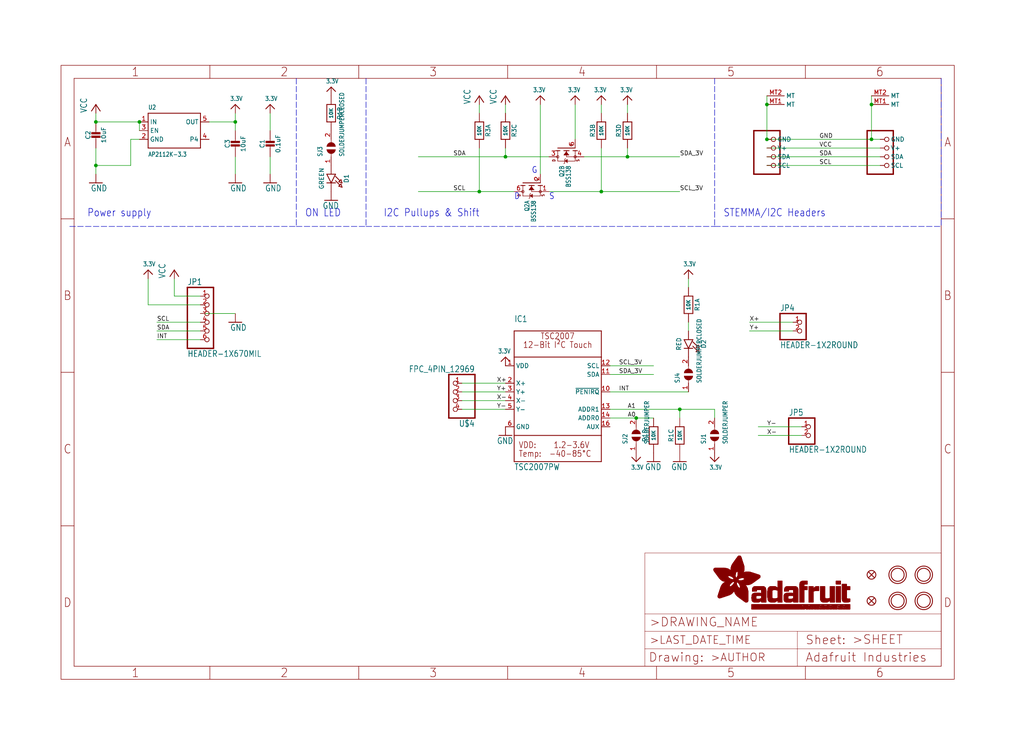
<source format=kicad_sch>
(kicad_sch (version 20211123) (generator eeschema)
  (paper "User" 298.45 217.881)
  (lib_symbols
    (symbol "eagleSchem-eagle-import:3.3V" (power)
      (property "Value" "3.3V" (at -1.524 1.016 0))
      (symbol "3.3V_1_0"
        (pin power_in line (at 0 -2.54 90) (length 2.54) (name "3.3V") (number "1"))
      )
    )
    (symbol "eagleSchem-eagle-import:CAP_CERAMIC0603_NO"
      (property "Reference" "C" (at -2.29 1.25 90))
      (property "Value" "CAP_CERAMIC0603_NO" (at 2.3 1.25 90))
      (symbol "CAP_CERAMIC0603_NO_1_0"
        (pin passive line (at 0 5.08 270) (length 2.54) (name "1") (number "1"))
        (pin passive line (at 0 -2.54 90) (length 2.54) (name "2") (number "2"))
      )
    )
    (symbol "eagleSchem-eagle-import:CAP_CERAMIC0805-NOOUTLINE"
      (property "Reference" "C" (at -2.29 1.25 90))
      (property "Value" "CAP_CERAMIC0805-NOOUTLINE" (at 2.3 1.25 90))
      (symbol "CAP_CERAMIC0805-NOOUTLINE_1_0"
        (pin passive line (at 0 5.08 270) (length 2.54) (name "1") (number "1"))
        (pin passive line (at 0 -2.54 90) (length 2.54) (name "2") (number "2"))
      )
    )
    (symbol "eagleSchem-eagle-import:FIDUCIAL_1MM")
    (symbol "eagleSchem-eagle-import:FPC_4PIN_12969"
      (property "Value" "FPC_4PIN_12969" (at -6.35 -7.62 0))
      (symbol "FPC_4PIN_12969_1_0"
        (pin passive inverted (at -2.54 -2.54 0) (length 2.54) (name "4") (number "1"))
        (pin passive inverted (at -2.54 0 0) (length 2.54) (name "3") (number "2"))
        (pin passive inverted (at -2.54 2.54 0) (length 2.54) (name "2") (number "3"))
        (pin passive inverted (at -2.54 5.08 0) (length 2.54) (name "1") (number "4"))
      )
    )
    (symbol "eagleSchem-eagle-import:FRAME_A4_ADAFRUIT"
      (symbol "FRAME_A4_ADAFRUIT_0_0"
        (text "1" (at 21.6958 1.905 0) (effects (font (size 2.54 2.286))))
        (text "1" (at 21.6958 177.165 0) (effects (font (size 2.54 2.286))))
        (text "2" (at 65.0875 1.905 0) (effects (font (size 2.54 2.286))))
        (text "2" (at 65.0875 177.165 0) (effects (font (size 2.54 2.286))))
        (text "3" (at 108.4792 1.905 0) (effects (font (size 2.54 2.286))))
        (text "3" (at 108.4792 177.165 0) (effects (font (size 2.54 2.286))))
        (text "4" (at 151.8708 1.905 0) (effects (font (size 2.54 2.286))))
        (text "4" (at 151.8708 177.165 0) (effects (font (size 2.54 2.286))))
        (text "5" (at 195.2625 1.905 0) (effects (font (size 2.54 2.286))))
        (text "5" (at 195.2625 177.165 0) (effects (font (size 2.54 2.286))))
        (text "6" (at 238.6542 1.905 0) (effects (font (size 2.54 2.286))))
        (text "6" (at 238.6542 177.165 0) (effects (font (size 2.54 2.286))))
        (text "A" (at 1.905 156.6863 0) (effects (font (size 2.54 2.286))))
        (text "A" (at 258.445 156.6863 0) (effects (font (size 2.54 2.286))))
        (text "B" (at 1.905 111.9188 0) (effects (font (size 2.54 2.286))))
        (text "B" (at 258.445 111.9188 0) (effects (font (size 2.54 2.286))))
        (text "C" (at 1.905 67.1513 0) (effects (font (size 2.54 2.286))))
        (text "C" (at 258.445 67.1513 0) (effects (font (size 2.54 2.286))))
        (text "D" (at 1.905 22.3838 0) (effects (font (size 2.54 2.286))))
        (text "D" (at 258.445 22.3838 0) (effects (font (size 2.54 2.286))))
      )
      (symbol "FRAME_A4_ADAFRUIT_1_0"
        (text ">AUTHOR" (at 189.23 5.08 0) (effects (font (size 2.286 2.286)) (justify left bottom)))
        (text ">DRAWING_NAME" (at 171.45 15.24 0) (effects (font (size 2.54 2.54)) (justify left bottom)))
        (text ">LAST_DATE_TIME" (at 171.45 10.16 0) (effects (font (size 2.286 2.286)) (justify left bottom)))
        (text ">SHEET" (at 230.505 10.16 0) (effects (font (size 2.54 2.54)) (justify left bottom)))
        (text "Adafruit Industries" (at 216.916 4.953 0) (effects (font (size 2.54 2.54)) (justify left bottom)))
        (text "Drawing:" (at 171.196 4.953 0) (effects (font (size 2.54 2.54)) (justify left bottom)))
        (text "Sheet:" (at 216.916 10.033 0) (effects (font (size 2.54 2.54)) (justify left bottom)))
      )
    )
    (symbol "eagleSchem-eagle-import:GND" (power)
      (property "Value" "GND" (at -2.54 -2.54 0))
      (symbol "GND_1_0"
        (pin power_in line (at 0 2.54 270) (length 2.54) (name "GND") (number "1"))
      )
    )
    (symbol "eagleSchem-eagle-import:HEADER-1X2ROUND"
      (property "Reference" "JP" (at -6.35 5.715 0))
      (property "Value" "HEADER-1X2ROUND" (at -6.35 -5.08 0))
      (symbol "HEADER-1X2ROUND_1_0"
        (pin passive inverted (at -2.54 2.54 0) (length 2.54) (name "1") (number "1"))
        (pin passive inverted (at -2.54 0 0) (length 2.54) (name "2") (number "2"))
      )
    )
    (symbol "eagleSchem-eagle-import:HEADER-1X670MIL"
      (property "Reference" "JP" (at -6.35 10.795 0))
      (property "Value" "HEADER-1X670MIL" (at -6.35 -10.16 0))
      (symbol "HEADER-1X670MIL_1_0"
        (pin passive inverted (at -2.54 7.62 0) (length 2.54) (name "1") (number "1"))
        (pin passive inverted (at -2.54 5.08 0) (length 2.54) (name "2") (number "2"))
        (pin passive inverted (at -2.54 2.54 0) (length 2.54) (name "3") (number "3"))
        (pin passive inverted (at -2.54 0 0) (length 2.54) (name "4") (number "4"))
        (pin passive inverted (at -2.54 -2.54 0) (length 2.54) (name "5") (number "5"))
        (pin passive inverted (at -2.54 -5.08 0) (length 2.54) (name "6") (number "6"))
      )
    )
    (symbol "eagleSchem-eagle-import:LED0603_NOOUTLINE"
      (property "Reference" "D" (at -1.27 4.445 0))
      (property "Value" "LED0603_NOOUTLINE" (at -1.27 -2.794 0))
      (symbol "LED0603_NOOUTLINE_1_0"
        (pin passive line (at -5.08 0 0) (length 2.54) (name "A") (number "A"))
        (pin passive line (at 2.54 0 180) (length 2.54) (name "C") (number "C"))
      )
    )
    (symbol "eagleSchem-eagle-import:MOSFET-N_DUAL"
      (property "Reference" "Q" (at 5.08 0.635 0))
      (property "Value" "MOSFET-N_DUAL" (at 5.08 -1.27 0))
      (symbol "MOSFET-N_DUAL_1_0"
        (text "D" (at 3.175 3.175 0) (effects (font (size 0.8128 0.6908)) (justify left bottom)))
        (text "G" (at -1.27 -1.905 0) (effects (font (size 0.8128 0.6908)) (justify left bottom)))
        (text "S" (at 3.175 -3.81 0) (effects (font (size 0.8128 0.6908)) (justify left bottom)))
        (pin bidirectional line (at 2.54 -5.08 90) (length 2.54) (name "S") (number "1"))
        (pin bidirectional line (at -2.54 -2.54 0) (length 2.54) (name "G") (number "2"))
        (pin bidirectional line (at 2.54 5.08 270) (length 2.54) (name "D") (number "6"))
      )
      (symbol "MOSFET-N_DUAL_2_0"
        (text "D" (at 3.175 3.175 0) (effects (font (size 0.8128 0.6908)) (justify left bottom)))
        (text "G" (at -1.27 -1.905 0) (effects (font (size 0.8128 0.6908)) (justify left bottom)))
        (text "S" (at 3.175 -3.81 0) (effects (font (size 0.8128 0.6908)) (justify left bottom)))
        (pin bidirectional line (at 2.54 5.08 270) (length 2.54) (name "D") (number "3"))
        (pin bidirectional line (at 2.54 -5.08 90) (length 2.54) (name "S") (number "4"))
        (pin bidirectional line (at -2.54 -2.54 0) (length 2.54) (name "G") (number "5"))
      )
    )
    (symbol "eagleSchem-eagle-import:MOUNTINGHOLE2.5")
    (symbol "eagleSchem-eagle-import:RESISTOR_4PACK"
      (property "Reference" "R" (at 0 2.54 0))
      (property "Value" "RESISTOR_4PACK" (at 0 0 0))
      (symbol "RESISTOR_4PACK_1_0"
        (pin passive line (at -5.08 0 0) (length 2.54) (name "1") (number "1"))
        (pin passive line (at 5.08 0 180) (length 2.54) (name "2") (number "8"))
      )
      (symbol "RESISTOR_4PACK_2_0"
        (pin passive line (at -5.08 0 0) (length 2.54) (name "1") (number "2"))
        (pin passive line (at 5.08 0 180) (length 2.54) (name "2") (number "7"))
      )
      (symbol "RESISTOR_4PACK_3_0"
        (pin passive line (at -5.08 0 0) (length 2.54) (name "1") (number "3"))
        (pin passive line (at 5.08 0 180) (length 2.54) (name "2") (number "6"))
      )
      (symbol "RESISTOR_4PACK_4_0"
        (pin passive line (at -5.08 0 0) (length 2.54) (name "1") (number "4"))
        (pin passive line (at 5.08 0 180) (length 2.54) (name "2") (number "5"))
      )
    )
    (symbol "eagleSchem-eagle-import:SOLDERJUMPER"
      (property "Reference" "SJ" (at -2.54 2.54 0))
      (property "Value" "SOLDERJUMPER" (at -2.54 -3.81 0))
      (symbol "SOLDERJUMPER_1_0"
        (pin passive line (at -5.08 0 0) (length 2.54) (name "1") (number "1"))
        (pin passive line (at 5.08 0 180) (length 2.54) (name "2") (number "2"))
      )
    )
    (symbol "eagleSchem-eagle-import:SOLDERJUMPERCLOSED"
      (property "Reference" "SJ" (at -2.54 2.54 0))
      (property "Value" "SOLDERJUMPERCLOSED" (at -2.54 -3.81 0))
      (symbol "SOLDERJUMPERCLOSED_1_0"
        (pin passive line (at -5.08 0 0) (length 2.54) (name "1") (number "1"))
        (pin passive line (at 5.08 0 180) (length 2.54) (name "2") (number "2"))
      )
    )
    (symbol "eagleSchem-eagle-import:STEMMA_I2C_QT"
      (symbol "STEMMA_I2C_QT_1_0"
        (pin passive inverted (at 0 5.08 0) (length 2.54) (name "GND") (number "1"))
        (pin passive inverted (at 0 2.54 0) (length 2.54) (name "V+") (number "2"))
        (pin passive inverted (at 0 0 0) (length 2.54) (name "SDA") (number "3"))
        (pin passive inverted (at 0 -2.54 0) (length 2.54) (name "SCL") (number "4"))
      )
      (symbol "STEMMA_I2C_QT_2_0"
        (pin bidirectional line (at 0 0 0) (length 5.08) (name "MT") (number "MT1"))
      )
      (symbol "STEMMA_I2C_QT_3_0"
        (pin bidirectional line (at 0 0 0) (length 5.08) (name "MT") (number "MT2"))
      )
    )
    (symbol "eagleSchem-eagle-import:TSC2007PW"
      (property "Reference" "IC" (at -12.7 20.32 0))
      (property "Value" "TSC2007PW" (at -12.7 -22.86 0))
      (symbol "TSC2007PW_1_0"
        (text "-40-85°C" (at -2.54 -19.05 0) (effects (font (size 1.778 1.5113)) (justify left bottom)))
        (text "1.2-3.6V" (at -1.27 -16.51 0) (effects (font (size 1.778 1.5113)) (justify left bottom)))
        (text "12-Bit I²C Touch" (at -10.16 12.7 0) (effects (font (size 1.778 1.5113)) (justify left bottom)))
        (text "Temp:" (at -11.43 -19.05 0) (effects (font (size 1.778 1.5113)) (justify left bottom)))
        (text "TSC2007" (at -5.08 15.24 0) (effects (font (size 1.778 1.5113)) (justify left bottom)))
        (text "VDD:" (at -11.43 -16.51 0) (effects (font (size 1.778 1.5113)) (justify left bottom)))
        (pin bidirectional line (at -15.24 7.62 0) (length 2.54) (name "VDD") (number "1"))
        (pin output line (at 15.24 0 180) (length 2.54) (name "~{PENIRQ}") (number "10"))
        (pin bidirectional line (at 15.24 5.08 180) (length 2.54) (name "SDA") (number "11"))
        (pin bidirectional line (at 15.24 7.62 180) (length 2.54) (name "SCL") (number "12"))
        (pin input line (at 15.24 -5.08 180) (length 2.54) (name "ADDR1") (number "13"))
        (pin input line (at 15.24 -7.62 180) (length 2.54) (name "ADDR0") (number "14"))
        (pin input line (at 15.24 -10.16 180) (length 2.54) (name "AUX") (number "16"))
        (pin input line (at -15.24 2.54 0) (length 2.54) (name "X+") (number "2"))
        (pin input line (at -15.24 0 0) (length 2.54) (name "Y+") (number "3"))
        (pin input line (at -15.24 -2.54 0) (length 2.54) (name "X-") (number "4"))
        (pin input line (at -15.24 -5.08 0) (length 2.54) (name "Y-") (number "5"))
        (pin bidirectional line (at -15.24 -10.16 0) (length 2.54) (name "GND") (number "6"))
      )
    )
    (symbol "eagleSchem-eagle-import:VCC" (power)
      (property "Value" "VCC" (at -2.54 -2.54 90))
      (symbol "VCC_1_0"
        (pin power_in line (at 0 -2.54 90) (length 2.54) (name "VCC") (number "1"))
      )
    )
    (symbol "eagleSchem-eagle-import:VREG_SOT23-5"
      (property "Reference" "U" (at -7.62 6.096 0))
      (property "Value" "VREG_SOT23-5" (at -7.62 -7.62 0))
      (symbol "VREG_SOT23-5_1_0"
        (pin power_in line (at -10.16 2.54 0) (length 2.54) (name "IN") (number "1"))
        (pin power_in line (at -10.16 -2.54 0) (length 2.54) (name "GND") (number "2"))
        (pin input line (at -10.16 0 0) (length 2.54) (name "EN") (number "3"))
        (pin bidirectional line (at 10.16 -2.54 180) (length 2.54) (name "P4") (number "4"))
        (pin power_in line (at 10.16 2.54 180) (length 2.54) (name "OUT") (number "5"))
      )
    )
  )
  (junction (at 175.26 55.88))
  (junction (at 185.42 121.92))
  (junction (at 223.52 30.48))
  (junction (at 254 40.64))
  (junction (at 182.88 45.72))
  (junction (at 198.12 119.38))
  (junction (at 254 30.48))
  (junction (at 68.58 35.56))
  (junction (at 139.7 55.88))
  (junction (at 147.32 45.72))
  (junction (at 223.52 40.64))
  (junction (at 27.94 48.26))
  (junction (at 27.94 35.56))
  (junction (at 40.64 35.56))
  (polyline (pts (xy 106.68 66.04) (xy 208.28 66.04)))
  (wire (pts (xy 149.86 55.88) (xy 139.7 55.88)))
  (polyline (pts (xy 106.68 22.86) (xy 106.68 66.04)))
  (wire (pts (xy 177.8 109.22) (xy 190.5 109.22)))
  (wire (pts (xy 200.66 96.52) (xy 200.66 93.98)))
  (wire (pts (xy 38.1 40.64) (xy 38.1 48.26)))
  (wire (pts (xy 223.52 27.94) (xy 223.52 30.48)))
  (wire (pts (xy 157.48 50.8) (xy 157.48 30.48)))
  (wire (pts (xy 182.88 43.18) (xy 182.88 45.72)))
  (wire (pts (xy 256.54 40.64) (xy 254 40.64)))
  (wire (pts (xy 58.42 93.98) (xy 45.72 93.98)))
  (wire (pts (xy 27.94 33.02) (xy 27.94 35.56)))
  (wire (pts (xy 198.12 119.38) (xy 198.12 121.92)))
  (wire (pts (xy 254 27.94) (xy 254 30.48)))
  (wire (pts (xy 58.42 91.44) (xy 68.58 91.44)))
  (wire (pts (xy 160.02 45.72) (xy 147.32 45.72)))
  (wire (pts (xy 208.28 119.38) (xy 208.28 121.92)))
  (wire (pts (xy 40.64 38.1) (xy 40.64 35.56)))
  (wire (pts (xy 134.62 119.38) (xy 147.32 119.38)))
  (wire (pts (xy 38.1 48.26) (xy 27.94 48.26)))
  (wire (pts (xy 167.64 40.64) (xy 167.64 30.48)))
  (wire (pts (xy 220.98 127) (xy 233.68 127)))
  (wire (pts (xy 190.5 121.92) (xy 185.42 121.92)))
  (wire (pts (xy 175.26 33.02) (xy 175.26 30.48)))
  (wire (pts (xy 223.52 48.26) (xy 256.54 48.26)))
  (wire (pts (xy 254 30.48) (xy 254 40.64)))
  (wire (pts (xy 58.42 86.36) (xy 50.8 86.36)))
  (wire (pts (xy 182.88 45.72) (xy 198.12 45.72)))
  (wire (pts (xy 220.98 124.46) (xy 233.68 124.46)))
  (wire (pts (xy 223.52 30.48) (xy 223.52 40.64)))
  (wire (pts (xy 147.32 45.72) (xy 121.92 45.72)))
  (wire (pts (xy 256.54 45.72) (xy 223.52 45.72)))
  (wire (pts (xy 58.42 99.06) (xy 45.72 99.06)))
  (wire (pts (xy 223.52 43.18) (xy 256.54 43.18)))
  (wire (pts (xy 58.42 88.9) (xy 43.18 88.9)))
  (wire (pts (xy 78.74 45.72) (xy 78.74 50.8)))
  (wire (pts (xy 68.58 45.72) (xy 68.58 50.8)))
  (wire (pts (xy 40.64 35.56) (xy 27.94 35.56)))
  (wire (pts (xy 147.32 33.02) (xy 147.32 30.48)))
  (wire (pts (xy 27.94 48.26) (xy 27.94 43.18)))
  (wire (pts (xy 175.26 43.18) (xy 175.26 55.88)))
  (wire (pts (xy 60.96 35.56) (xy 68.58 35.56)))
  (wire (pts (xy 50.8 86.36) (xy 50.8 81.28)))
  (wire (pts (xy 175.26 55.88) (xy 198.12 55.88)))
  (wire (pts (xy 139.7 30.48) (xy 139.7 33.02)))
  (wire (pts (xy 218.44 96.52) (xy 231.14 96.52)))
  (wire (pts (xy 58.42 96.52) (xy 45.72 96.52)))
  (wire (pts (xy 198.12 119.38) (xy 208.28 119.38)))
  (wire (pts (xy 68.58 35.56) (xy 68.58 33.02)))
  (wire (pts (xy 170.18 45.72) (xy 182.88 45.72)))
  (wire (pts (xy 139.7 43.18) (xy 139.7 55.88)))
  (polyline (pts (xy 86.36 22.86) (xy 86.36 66.04)))
  (wire (pts (xy 147.32 43.18) (xy 147.32 45.72)))
  (wire (pts (xy 218.44 93.98) (xy 231.14 93.98)))
  (wire (pts (xy 177.8 114.3) (xy 200.66 114.3)))
  (wire (pts (xy 147.32 116.84) (xy 134.62 116.84)))
  (polyline (pts (xy 208.28 66.04) (xy 274.32 66.04)))
  (wire (pts (xy 160.02 55.88) (xy 175.26 55.88)))
  (polyline (pts (xy 208.28 22.86) (xy 208.28 66.04)))
  (wire (pts (xy 68.58 35.56) (xy 68.58 38.1)))
  (polyline (pts (xy 20.32 66.04) (xy 86.36 66.04)))
  (polyline (pts (xy 274.32 22.86) (xy 274.32 66.04)))
  (wire (pts (xy 254 40.64) (xy 223.52 40.64)))
  (wire (pts (xy 182.88 33.02) (xy 182.88 30.48)))
  (wire (pts (xy 134.62 111.76) (xy 147.32 111.76)))
  (wire (pts (xy 40.64 40.64) (xy 38.1 40.64)))
  (wire (pts (xy 139.7 55.88) (xy 121.92 55.88)))
  (wire (pts (xy 134.62 114.3) (xy 147.32 114.3)))
  (wire (pts (xy 177.8 106.68) (xy 190.5 106.68)))
  (wire (pts (xy 78.74 33.02) (xy 78.74 38.1)))
  (wire (pts (xy 43.18 88.9) (xy 43.18 81.28)))
  (wire (pts (xy 185.42 121.92) (xy 177.8 121.92)))
  (wire (pts (xy 27.94 48.26) (xy 27.94 50.8)))
  (wire (pts (xy 200.66 81.28) (xy 200.66 83.82)))
  (polyline (pts (xy 86.36 66.04) (xy 106.68 66.04)))
  (wire (pts (xy 177.8 119.38) (xy 198.12 119.38)))
  (text "S" (at 160.02 58.42 180) (effects (font (size 1.778 1.5113)) (justify left bottom)))
  (text "D" (at 149.86 58.42 180) (effects (font (size 1.778 1.5113)) (justify left bottom)))
  (text "G" (at 154.94 50.8 180) (effects (font (size 1.778 1.5113)) (justify left bottom)))
  (text "ON LED" (at 88.9 63.5 180) (effects (font (size 2.1844 1.8567)) (justify left bottom)))
  (text "STEMMA/I2C Headers" (at 210.82 63.5 180) (effects (font (size 2.1844 1.8567)) (justify left bottom)))
  (text "I2C Pullups & Shift" (at 111.76 63.5 180) (effects (font (size 2.1844 1.8567)) (justify left bottom)))
  (text "Power supply" (at 25.4 63.5 180) (effects (font (size 2.1844 1.8567)) (justify left bottom)))
  (label "A0" (at 182.88 121.92 0) (effects (font (size 1.2446 1.2446))))
  (label "X-" (at 144.78 116.84 0) (effects (font (size 1.2446 1.2446))))
  (label "SDA" (at 132.08 45.72 0) (effects (font (size 1.2446 1.2446))))
  (label "SCL" (at 45.72 93.98 0) (effects (font (size 1.2446 1.2446))))
  (label "INT" (at 180.34 114.3 0) (effects (font (size 1.2446 1.2446))))
  (label "Y-" (at 223.52 124.46 0) (effects (font (size 1.2446 1.2446))))
  (label "SDA" (at 238.76 45.72 0) (effects (font (size 1.2446 1.2446))))
  (label "SCL_3V" (at 180.34 106.68 0) (effects (font (size 1.2446 1.2446))))
  (label "SDA" (at 45.72 96.52 0) (effects (font (size 1.2446 1.2446))))
  (label "SDA_3V" (at 180.34 109.22 0) (effects (font (size 1.2446 1.2446))))
  (label "X-" (at 223.52 127 0) (effects (font (size 1.2446 1.2446))))
  (label "SCL" (at 238.76 48.26 0) (effects (font (size 1.2446 1.2446))))
  (label "A1" (at 182.88 119.38 0) (effects (font (size 1.2446 1.2446))))
  (label "X+" (at 144.78 111.76 0) (effects (font (size 1.2446 1.2446))))
  (label "GND" (at 238.76 40.64 0) (effects (font (size 1.2446 1.2446))))
  (label "SCL" (at 132.08 55.88 0) (effects (font (size 1.2446 1.2446))))
  (label "VCC" (at 238.76 43.18 0) (effects (font (size 1.2446 1.2446))))
  (label "SCL_3V" (at 198.12 55.88 0) (effects (font (size 1.2446 1.2446))))
  (label "Y-" (at 144.78 119.38 0) (effects (font (size 1.2446 1.2446))))
  (label "Y+" (at 144.78 114.3 0) (effects (font (size 1.2446 1.2446))))
  (label "SDA_3V" (at 198.12 45.72 0) (effects (font (size 1.2446 1.2446))))
  (label "X+" (at 218.44 93.98 0) (effects (font (size 1.2446 1.2446))))
  (label "INT" (at 45.72 99.06 0) (effects (font (size 1.2446 1.2446))))
  (label "Y+" (at 218.44 96.52 0) (effects (font (size 1.2446 1.2446))))
  (symbol (lib_id "eagleSchem-eagle-import:3.3V") (at 157.48 27.94 0) (mirror y) (unit 1)
    (property "Reference" "#U$26" (effects hide))
    (property "Value" "3.3V" (at 159.004 26.924 0) (effects (font (size 1.27 1.0795)) (justify left bottom)))
    (property "Footprint" "eagleSchem:" (effects hide))
  )
  (symbol (lib_id "eagleSchem-eagle-import:FIDUCIAL_1MM") (at 254 167.64 0) (unit 1)
    (property "Reference" "FID4" (effects hide))
    (property "Value" "FIDUCIAL_1MM" (effects hide))
    (property "Footprint" "eagleSchem:FIDUCIAL_1MM" (effects hide))
  )
  (symbol (lib_id "eagleSchem-eagle-import:STEMMA_I2C_QT") (at 254 30.48 0) (unit 2)
    (property "Reference" "CONN4" (effects hide))
    (property "Value" "STEMMA_I2C_QT" (effects hide))
    (property "Footprint" "eagleSchem:JST_SH4" (effects hide))
  )
  (symbol (lib_id "eagleSchem-eagle-import:GND") (at 190.5 134.62 0) (unit 1)
    (property "Reference" "#GND2" (effects hide))
    (property "Value" "GND" (at 187.96 137.16 0) (effects (font (size 1.778 1.5113)) (justify left bottom)))
    (property "Footprint" "eagleSchem:" (effects hide))
  )
  (symbol (lib_id "eagleSchem-eagle-import:GND") (at 68.58 93.98 0) (unit 1)
    (property "Reference" "#U$10" (effects hide))
    (property "Value" "GND" (at 67.056 96.52 0) (effects (font (size 1.778 1.5113)) (justify left bottom)))
    (property "Footprint" "eagleSchem:" (effects hide))
  )
  (symbol (lib_id "eagleSchem-eagle-import:GND") (at 68.58 53.34 0) (unit 1)
    (property "Reference" "#U$5" (effects hide))
    (property "Value" "GND" (at 67.056 55.88 0) (effects (font (size 1.778 1.5113)) (justify left bottom)))
    (property "Footprint" "eagleSchem:" (effects hide))
  )
  (symbol (lib_id "eagleSchem-eagle-import:TSC2007PW") (at 162.56 114.3 0) (unit 1)
    (property "Reference" "IC1" (at 149.86 93.98 0) (effects (font (size 1.778 1.5113)) (justify left bottom)))
    (property "Value" "TSC2007PW" (at 149.86 137.16 0) (effects (font (size 1.778 1.5113)) (justify left bottom)))
    (property "Footprint" "eagleSchem:TSSOP16" (effects hide))
  )
  (symbol (lib_id "eagleSchem-eagle-import:VCC") (at 27.94 30.48 0) (unit 1)
    (property "Reference" "#P+3" (effects hide))
    (property "Value" "VCC" (at 25.4 33.02 90) (effects (font (size 1.778 1.5113)) (justify left bottom)))
    (property "Footprint" "eagleSchem:" (effects hide))
  )
  (symbol (lib_id "eagleSchem-eagle-import:STEMMA_I2C_QT") (at 223.52 27.94 0) (unit 3)
    (property "Reference" "CONN3" (effects hide))
    (property "Value" "STEMMA_I2C_QT" (effects hide))
    (property "Footprint" "eagleSchem:JST_SH4" (effects hide))
  )
  (symbol (lib_id "eagleSchem-eagle-import:HEADER-1X2ROUND") (at 233.68 96.52 0) (unit 1)
    (property "Reference" "JP4" (at 227.33 90.805 0) (effects (font (size 1.778 1.5113)) (justify left bottom)))
    (property "Value" "HEADER-1X2ROUND" (at 227.33 101.6 0) (effects (font (size 1.778 1.5113)) (justify left bottom)))
    (property "Footprint" "eagleSchem:1X02_ROUND" (effects hide))
  )
  (symbol (lib_id "eagleSchem-eagle-import:3.3V") (at 78.74 30.48 0) (unit 1)
    (property "Reference" "#U$14" (effects hide))
    (property "Value" "3.3V" (at 77.216 29.464 0) (effects (font (size 1.27 1.0795)) (justify left bottom)))
    (property "Footprint" "eagleSchem:" (effects hide))
  )
  (symbol (lib_id "eagleSchem-eagle-import:VCC") (at 50.8 78.74 0) (unit 1)
    (property "Reference" "#P+4" (effects hide))
    (property "Value" "VCC" (at 48.26 81.28 90) (effects (font (size 1.778 1.5113)) (justify left bottom)))
    (property "Footprint" "eagleSchem:" (effects hide))
  )
  (symbol (lib_id "eagleSchem-eagle-import:MOUNTINGHOLE2.5") (at 269.24 167.64 0) (unit 1)
    (property "Reference" "U$19" (effects hide))
    (property "Value" "MOUNTINGHOLE2.5" (effects hide))
    (property "Footprint" "eagleSchem:MOUNTINGHOLE_2.5_PLATED" (effects hide))
  )
  (symbol (lib_id "eagleSchem-eagle-import:FPC_4PIN_12969") (at 132.08 114.3 180) (unit 1)
    (property "Reference" "U$4" (at 138.43 122.555 0) (effects (font (size 1.778 1.5113)) (justify left bottom)))
    (property "Value" "FPC_4PIN_12969" (at 138.43 106.68 0) (effects (font (size 1.778 1.5113)) (justify left bottom)))
    (property "Footprint" "eagleSchem:FPC_CONN_1MM_DUAL_4P" (effects hide))
  )
  (symbol (lib_id "eagleSchem-eagle-import:SOLDERJUMPER") (at 208.28 127 90) (unit 1)
    (property "Reference" "SJ1" (at 205.74 129.54 0) (effects (font (size 1.27 1.0795)) (justify left bottom)))
    (property "Value" "SOLDERJUMPER" (at 212.09 129.54 0) (effects (font (size 1.27 1.0795)) (justify left bottom)))
    (property "Footprint" "eagleSchem:SOLDERJUMPER_ARROW_NOPASTE" (effects hide))
  )
  (symbol (lib_id "eagleSchem-eagle-import:STEMMA_I2C_QT") (at 254 27.94 0) (unit 3)
    (property "Reference" "CONN4" (effects hide))
    (property "Value" "STEMMA_I2C_QT" (effects hide))
    (property "Footprint" "eagleSchem:JST_SH4" (effects hide))
  )
  (symbol (lib_id "eagleSchem-eagle-import:CAP_CERAMIC0603_NO") (at 78.74 43.18 0) (unit 1)
    (property "Reference" "C1" (at 76.45 41.93 90))
    (property "Value" "0.1uF" (at 81.04 41.93 90))
    (property "Footprint" "eagleSchem:0603-NO" (effects hide))
  )
  (symbol (lib_id "eagleSchem-eagle-import:SOLDERJUMPERCLOSED") (at 96.52 43.18 90) (unit 1)
    (property "Reference" "SJ3" (at 93.98 45.72 0) (effects (font (size 1.27 1.0795)) (justify left bottom)))
    (property "Value" "SOLDERJUMPERCLOSED" (at 100.33 45.72 0) (effects (font (size 1.27 1.0795)) (justify left bottom)))
    (property "Footprint" "eagleSchem:SOLDERJUMPER_CLOSEDWIRE" (effects hide))
  )
  (symbol (lib_id "eagleSchem-eagle-import:MOUNTINGHOLE2.5") (at 261.62 167.64 0) (unit 1)
    (property "Reference" "U$17" (effects hide))
    (property "Value" "MOUNTINGHOLE2.5" (effects hide))
    (property "Footprint" "eagleSchem:MOUNTINGHOLE_2.5_PLATED" (effects hide))
  )
  (symbol (lib_id "eagleSchem-eagle-import:LED0603_NOOUTLINE") (at 200.66 101.6 270) (unit 1)
    (property "Reference" "D2" (at 205.105 100.33 0))
    (property "Value" "RED" (at 197.866 100.33 0))
    (property "Footprint" "eagleSchem:CHIPLED_0603_NOOUTLINE" (effects hide))
  )
  (symbol (lib_id "eagleSchem-eagle-import:3.3V") (at 96.52 25.4 0) (unit 1)
    (property "Reference" "#U$3" (effects hide))
    (property "Value" "3.3V" (at 94.996 24.384 0) (effects (font (size 1.27 1.0795)) (justify left bottom)))
    (property "Footprint" "eagleSchem:" (effects hide))
  )
  (symbol (lib_id "eagleSchem-eagle-import:RESISTOR_4PACK") (at 96.52 33.02 270) (unit 2)
    (property "Reference" "R1" (at 99.06 33.02 0))
    (property "Value" "10K" (at 96.52 33.02 0) (effects (font (size 1.016 1.016) bold)))
    (property "Footprint" "eagleSchem:RESPACK_4X0603" (effects hide))
  )
  (symbol (lib_id "eagleSchem-eagle-import:MOUNTINGHOLE2.5") (at 261.62 175.26 0) (unit 1)
    (property "Reference" "U$1" (effects hide))
    (property "Value" "MOUNTINGHOLE2.5" (effects hide))
    (property "Footprint" "eagleSchem:MOUNTINGHOLE_2.5_PLATED" (effects hide))
  )
  (symbol (lib_id "eagleSchem-eagle-import:SOLDERJUMPER") (at 185.42 127 90) (unit 1)
    (property "Reference" "SJ2" (at 182.88 129.54 0) (effects (font (size 1.27 1.0795)) (justify left bottom)))
    (property "Value" "SOLDERJUMPER" (at 189.23 129.54 0) (effects (font (size 1.27 1.0795)) (justify left bottom)))
    (property "Footprint" "eagleSchem:SOLDERJUMPER_ARROW_NOPASTE" (effects hide))
  )
  (symbol (lib_id "eagleSchem-eagle-import:HEADER-1X670MIL") (at 60.96 93.98 0) (unit 1)
    (property "Reference" "JP1" (at 54.61 83.185 0) (effects (font (size 1.778 1.5113)) (justify left bottom)))
    (property "Value" "HEADER-1X670MIL" (at 54.61 104.14 0) (effects (font (size 1.778 1.5113)) (justify left bottom)))
    (property "Footprint" "eagleSchem:1X06_ROUND_70" (effects hide))
  )
  (symbol (lib_id "eagleSchem-eagle-import:RESISTOR_4PACK") (at 190.5 127 90) (unit 4)
    (property "Reference" "R1" (at 187.96 127 0))
    (property "Value" "10K" (at 190.5 127 0) (effects (font (size 1.016 1.016) bold)))
    (property "Footprint" "eagleSchem:RESPACK_4X0603" (effects hide))
  )
  (symbol (lib_id "eagleSchem-eagle-import:RESISTOR_4PACK") (at 200.66 88.9 270) (unit 1)
    (property "Reference" "R1" (at 203.2 88.9 0))
    (property "Value" "10K" (at 200.66 88.9 0) (effects (font (size 1.016 1.016) bold)))
    (property "Footprint" "eagleSchem:RESPACK_4X0603" (effects hide))
  )
  (symbol (lib_id "eagleSchem-eagle-import:STEMMA_I2C_QT") (at 223.52 45.72 0) (unit 1)
    (property "Reference" "CONN3" (effects hide))
    (property "Value" "STEMMA_I2C_QT" (effects hide))
    (property "Footprint" "eagleSchem:JST_SH4" (effects hide))
  )
  (symbol (lib_id "eagleSchem-eagle-import:STEMMA_I2C_QT") (at 256.54 45.72 0) (unit 1)
    (property "Reference" "CONN4" (effects hide))
    (property "Value" "STEMMA_I2C_QT" (effects hide))
    (property "Footprint" "eagleSchem:JST_SH4" (effects hide))
  )
  (symbol (lib_id "eagleSchem-eagle-import:VCC") (at 139.7 27.94 0) (unit 1)
    (property "Reference" "#P+1" (effects hide))
    (property "Value" "VCC" (at 137.16 30.48 90) (effects (font (size 1.778 1.5113)) (justify left bottom)))
    (property "Footprint" "eagleSchem:" (effects hide))
  )
  (symbol (lib_id "eagleSchem-eagle-import:MOSFET-N_DUAL") (at 154.94 53.34 90) (mirror x) (unit 1)
    (property "Reference" "Q2" (at 154.305 58.42 0) (effects (font (size 1.27 1.0795)) (justify left bottom)))
    (property "Value" "BSS138" (at 156.21 58.42 0) (effects (font (size 1.27 1.0795)) (justify left bottom)))
    (property "Footprint" "eagleSchem:SOT363" (effects hide))
  )
  (symbol (lib_id "eagleSchem-eagle-import:3.3V") (at 68.58 30.48 0) (unit 1)
    (property "Reference" "#U$15" (effects hide))
    (property "Value" "3.3V" (at 67.056 29.464 0) (effects (font (size 1.27 1.0795)) (justify left bottom)))
    (property "Footprint" "eagleSchem:" (effects hide))
  )
  (symbol (lib_id "eagleSchem-eagle-import:RESISTOR_4PACK") (at 182.88 38.1 90) (mirror x) (unit 4)
    (property "Reference" "R3" (at 180.34 38.1 0))
    (property "Value" "10K" (at 182.88 38.1 0) (effects (font (size 1.016 1.016) bold)))
    (property "Footprint" "eagleSchem:RESPACK_4X0603" (effects hide))
  )
  (symbol (lib_id "eagleSchem-eagle-import:3.3V") (at 182.88 27.94 0) (mirror y) (unit 1)
    (property "Reference" "#U$7" (effects hide))
    (property "Value" "3.3V" (at 184.404 26.924 0) (effects (font (size 1.27 1.0795)) (justify left bottom)))
    (property "Footprint" "eagleSchem:" (effects hide))
  )
  (symbol (lib_id "eagleSchem-eagle-import:3.3V") (at 147.32 104.14 0) (mirror y) (unit 1)
    (property "Reference" "#U$2" (effects hide))
    (property "Value" "3.3V" (at 148.844 103.124 0) (effects (font (size 1.27 1.0795)) (justify left bottom)))
    (property "Footprint" "eagleSchem:" (effects hide))
  )
  (symbol (lib_id "eagleSchem-eagle-import:GND") (at 147.32 127 0) (unit 1)
    (property "Reference" "#GND1" (effects hide))
    (property "Value" "GND" (at 144.78 129.54 0) (effects (font (size 1.778 1.5113)) (justify left bottom)))
    (property "Footprint" "eagleSchem:" (effects hide))
  )
  (symbol (lib_id "eagleSchem-eagle-import:3.3V") (at 185.42 134.62 0) (mirror x) (unit 1)
    (property "Reference" "#U$8" (effects hide))
    (property "Value" "3.3V" (at 183.896 135.636 0) (effects (font (size 1.27 1.0795)) (justify left bottom)))
    (property "Footprint" "eagleSchem:" (effects hide))
  )
  (symbol (lib_id "eagleSchem-eagle-import:STEMMA_I2C_QT") (at 223.52 30.48 0) (unit 2)
    (property "Reference" "CONN3" (effects hide))
    (property "Value" "STEMMA_I2C_QT" (effects hide))
    (property "Footprint" "eagleSchem:JST_SH4" (effects hide))
  )
  (symbol (lib_id "eagleSchem-eagle-import:3.3V") (at 175.26 27.94 0) (mirror y) (unit 1)
    (property "Reference" "#U$24" (effects hide))
    (property "Value" "3.3V" (at 176.784 26.924 0) (effects (font (size 1.27 1.0795)) (justify left bottom)))
    (property "Footprint" "eagleSchem:" (effects hide))
  )
  (symbol (lib_id "eagleSchem-eagle-import:3.3V") (at 200.66 78.74 0) (unit 1)
    (property "Reference" "#U$11" (effects hide))
    (property "Value" "3.3V" (at 199.136 77.724 0) (effects (font (size 1.27 1.0795)) (justify left bottom)))
    (property "Footprint" "eagleSchem:" (effects hide))
  )
  (symbol (lib_id "eagleSchem-eagle-import:GND") (at 27.94 53.34 0) (unit 1)
    (property "Reference" "#U$13" (effects hide))
    (property "Value" "GND" (at 26.416 55.88 0) (effects (font (size 1.778 1.5113)) (justify left bottom)))
    (property "Footprint" "eagleSchem:" (effects hide))
  )
  (symbol (lib_id "eagleSchem-eagle-import:CAP_CERAMIC0805-NOOUTLINE") (at 68.58 43.18 0) (unit 1)
    (property "Reference" "C3" (at 66.29 41.93 90))
    (property "Value" "10uF" (at 70.88 41.93 90))
    (property "Footprint" "eagleSchem:0805-NO" (effects hide))
  )
  (symbol (lib_id "eagleSchem-eagle-import:RESISTOR_4PACK") (at 175.26 38.1 90) (mirror x) (unit 2)
    (property "Reference" "R3" (at 172.72 38.1 0))
    (property "Value" "10K" (at 175.26 38.1 0) (effects (font (size 1.016 1.016) bold)))
    (property "Footprint" "eagleSchem:RESPACK_4X0603" (effects hide))
  )
  (symbol (lib_id "eagleSchem-eagle-import:MOUNTINGHOLE2.5") (at 269.24 175.26 0) (unit 1)
    (property "Reference" "U$21" (effects hide))
    (property "Value" "MOUNTINGHOLE2.5" (effects hide))
    (property "Footprint" "eagleSchem:MOUNTINGHOLE_2.5_PLATED" (effects hide))
  )
  (symbol (lib_id "eagleSchem-eagle-import:GND") (at 78.74 53.34 0) (unit 1)
    (property "Reference" "#U$6" (effects hide))
    (property "Value" "GND" (at 77.216 55.88 0) (effects (font (size 1.778 1.5113)) (justify left bottom)))
    (property "Footprint" "eagleSchem:" (effects hide))
  )
  (symbol (lib_id "eagleSchem-eagle-import:3.3V") (at 208.28 134.62 0) (mirror x) (unit 1)
    (property "Reference" "#U$9" (effects hide))
    (property "Value" "3.3V" (at 206.756 135.636 0) (effects (font (size 1.27 1.0795)) (justify left bottom)))
    (property "Footprint" "eagleSchem:" (effects hide))
  )
  (symbol (lib_id "eagleSchem-eagle-import:RESISTOR_4PACK") (at 147.32 38.1 270) (unit 3)
    (property "Reference" "R3" (at 149.86 38.1 0))
    (property "Value" "10K" (at 147.32 38.1 0) (effects (font (size 1.016 1.016) bold)))
    (property "Footprint" "eagleSchem:RESPACK_4X0603" (effects hide))
  )
  (symbol (lib_id "eagleSchem-eagle-import:LED0603_NOOUTLINE") (at 96.52 53.34 270) (unit 1)
    (property "Reference" "D1" (at 100.965 52.07 0))
    (property "Value" "GREEN" (at 93.726 52.07 0))
    (property "Footprint" "eagleSchem:CHIPLED_0603_NOOUTLINE" (effects hide))
  )
  (symbol (lib_id "eagleSchem-eagle-import:FRAME_A4_ADAFRUIT") (at 17.78 198.12 0) (unit 1)
    (property "Reference" "#U$18" (effects hide))
    (property "Value" "FRAME_A4_ADAFRUIT" (effects hide))
    (property "Footprint" "eagleSchem:" (effects hide))
  )
  (symbol (lib_id "eagleSchem-eagle-import:MOSFET-N_DUAL") (at 165.1 43.18 90) (mirror x) (unit 2)
    (property "Reference" "Q2" (at 164.465 48.26 0) (effects (font (size 1.27 1.0795)) (justify left bottom)))
    (property "Value" "BSS138" (at 166.37 48.26 0) (effects (font (size 1.27 1.0795)) (justify left bottom)))
    (property "Footprint" "eagleSchem:SOT363" (effects hide))
  )
  (symbol (lib_id "eagleSchem-eagle-import:GND") (at 96.52 58.42 0) (unit 1)
    (property "Reference" "#GND6" (effects hide))
    (property "Value" "GND" (at 93.98 60.96 0) (effects (font (size 1.778 1.5113)) (justify left bottom)))
    (property "Footprint" "eagleSchem:" (effects hide))
  )
  (symbol (lib_id "eagleSchem-eagle-import:3.3V") (at 167.64 27.94 0) (mirror y) (unit 1)
    (property "Reference" "#U$23" (effects hide))
    (property "Value" "3.3V" (at 169.164 26.924 0) (effects (font (size 1.27 1.0795)) (justify left bottom)))
    (property "Footprint" "eagleSchem:" (effects hide))
  )
  (symbol (lib_id "eagleSchem-eagle-import:FIDUCIAL_1MM") (at 254 175.26 0) (unit 1)
    (property "Reference" "FID3" (effects hide))
    (property "Value" "FIDUCIAL_1MM" (effects hide))
    (property "Footprint" "eagleSchem:FIDUCIAL_1MM" (effects hide))
  )
  (symbol (lib_id "eagleSchem-eagle-import:VREG_SOT23-5") (at 50.8 38.1 0) (unit 1)
    (property "Reference" "U2" (at 43.18 32.004 0) (effects (font (size 1.27 1.0795)) (justify left bottom)))
    (property "Value" "AP2112K-3.3" (at 43.18 45.72 0) (effects (font (size 1.27 1.0795)) (justify left bottom)))
    (property "Footprint" "eagleSchem:SOT23-5" (effects hide))
  )
  (symbol (lib_id "eagleSchem-eagle-import:CAP_CERAMIC0805-NOOUTLINE") (at 27.94 40.64 0) (unit 1)
    (property "Reference" "C2" (at 25.65 39.39 90))
    (property "Value" "10uF" (at 30.24 39.39 90))
    (property "Footprint" "eagleSchem:0805-NO" (effects hide))
  )
  (symbol (lib_id "eagleSchem-eagle-import:SOLDERJUMPERCLOSED") (at 200.66 109.22 90) (unit 1)
    (property "Reference" "SJ4" (at 198.12 111.76 0) (effects (font (size 1.27 1.0795)) (justify left bottom)))
    (property "Value" "SOLDERJUMPERCLOSED" (at 204.47 111.76 0) (effects (font (size 1.27 1.0795)) (justify left bottom)))
    (property "Footprint" "eagleSchem:SOLDERJUMPER_CLOSEDWIRE" (effects hide))
  )
  (symbol (lib_id "eagleSchem-eagle-import:GND") (at 198.12 134.62 0) (unit 1)
    (property "Reference" "#GND3" (effects hide))
    (property "Value" "GND" (at 195.58 137.16 0) (effects (font (size 1.778 1.5113)) (justify left bottom)))
    (property "Footprint" "eagleSchem:" (effects hide))
  )
  (symbol (lib_id "eagleSchem-eagle-import:3.3V") (at 43.18 78.74 0) (unit 1)
    (property "Reference" "#U$16" (effects hide))
    (property "Value" "3.3V" (at 41.656 77.724 0) (effects (font (size 1.27 1.0795)) (justify left bottom)))
    (property "Footprint" "eagleSchem:" (effects hide))
  )
  (symbol (lib_id "eagleSchem-eagle-import:RESISTOR_4PACK") (at 139.7 38.1 270) (unit 1)
    (property "Reference" "R3" (at 142.24 38.1 0))
    (property "Value" "10K" (at 139.7 38.1 0) (effects (font (size 1.016 1.016) bold)))
    (property "Footprint" "eagleSchem:RESPACK_4X0603" (effects hide))
  )
  (symbol (lib_id "eagleSchem-eagle-import:VCC") (at 147.32 27.94 0) (unit 1)
    (property "Reference" "#P+2" (effects hide))
    (property "Value" "VCC" (at 144.78 30.48 90) (effects (font (size 1.778 1.5113)) (justify left bottom)))
    (property "Footprint" "eagleSchem:" (effects hide))
  )
  (symbol (lib_id "eagleSchem-eagle-import:HEADER-1X2ROUND") (at 236.22 127 0) (unit 1)
    (property "Reference" "JP5" (at 229.87 121.285 0) (effects (font (size 1.778 1.5113)) (justify left bottom)))
    (property "Value" "HEADER-1X2ROUND" (at 229.87 132.08 0) (effects (font (size 1.778 1.5113)) (justify left bottom)))
    (property "Footprint" "eagleSchem:1X02_ROUND" (effects hide))
  )
  (symbol (lib_id "eagleSchem-eagle-import:RESISTOR_4PACK") (at 198.12 127 90) (unit 3)
    (property "Reference" "R1" (at 195.58 127 0))
    (property "Value" "10K" (at 198.12 127 0) (effects (font (size 1.016 1.016) bold)))
    (property "Footprint" "eagleSchem:RESPACK_4X0603" (effects hide))
  )
)
</source>
